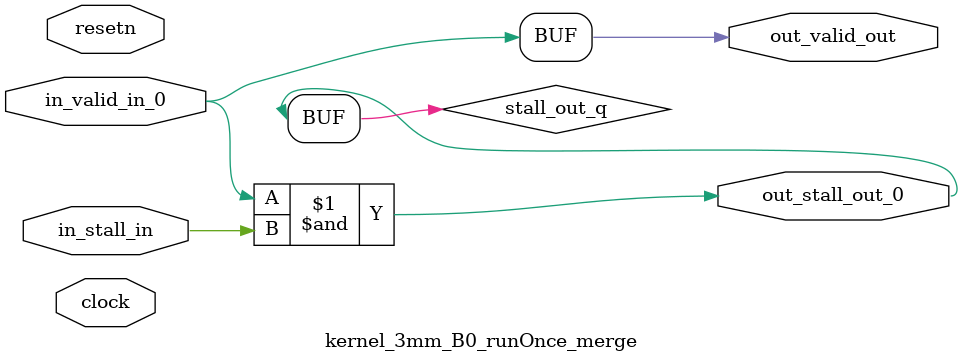
<source format=sv>



(* altera_attribute = "-name AUTO_SHIFT_REGISTER_RECOGNITION OFF; -name MESSAGE_DISABLE 10036; -name MESSAGE_DISABLE 10037; -name MESSAGE_DISABLE 14130; -name MESSAGE_DISABLE 14320; -name MESSAGE_DISABLE 15400; -name MESSAGE_DISABLE 14130; -name MESSAGE_DISABLE 10036; -name MESSAGE_DISABLE 12020; -name MESSAGE_DISABLE 12030; -name MESSAGE_DISABLE 12010; -name MESSAGE_DISABLE 12110; -name MESSAGE_DISABLE 14320; -name MESSAGE_DISABLE 13410; -name MESSAGE_DISABLE 113007; -name MESSAGE_DISABLE 10958" *)
module kernel_3mm_B0_runOnce_merge (
    input wire [0:0] in_stall_in,
    input wire [0:0] in_valid_in_0,
    output wire [0:0] out_stall_out_0,
    output wire [0:0] out_valid_out,
    input wire clock,
    input wire resetn
    );

    wire [0:0] stall_out_q;


    // stall_out(LOGICAL,6)
    assign stall_out_q = in_valid_in_0 & in_stall_in;

    // out_stall_out_0(GPOUT,4)
    assign out_stall_out_0 = stall_out_q;

    // out_valid_out(GPOUT,5)
    assign out_valid_out = in_valid_in_0;

endmodule

</source>
